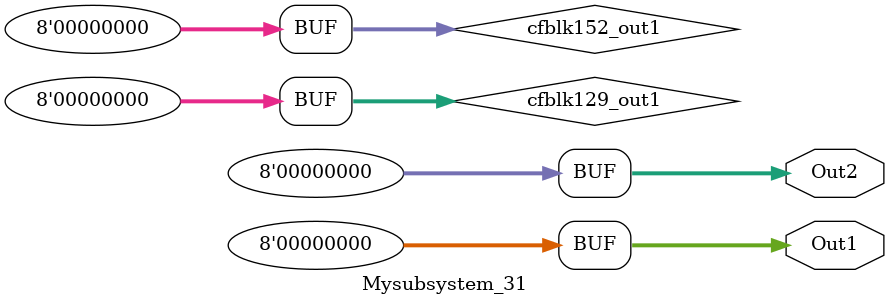
<source format=v>



`timescale 1 ns / 1 ns

module Mysubsystem_31
          (Out1,
           Out2);


  output  [7:0] Out1;  // uint8
  output  [7:0] Out2;  // uint8


  wire [7:0] cfblk152_out1;  // uint8
  wire [7:0] cfblk129_out1;  // uint8


  assign cfblk152_out1 = 8'b00000000;



  assign Out1 = cfblk152_out1;

  assign cfblk129_out1 = (cfblk152_out1 > 8'b00000000 ? 8'b00000001 :
              8'b00000000);



  assign Out2 = cfblk129_out1;

endmodule  // Mysubsystem_31


</source>
